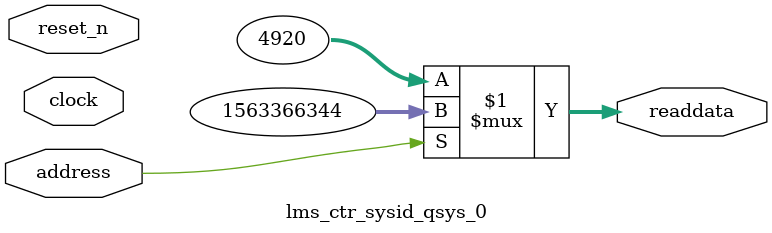
<source format=v>



// synthesis translate_off
`timescale 1ns / 1ps
// synthesis translate_on

// turn off superfluous verilog processor warnings 
// altera message_level Level1 
// altera message_off 10034 10035 10036 10037 10230 10240 10030 

module lms_ctr_sysid_qsys_0 (
               // inputs:
                address,
                clock,
                reset_n,

               // outputs:
                readdata
             )
;

  output  [ 31: 0] readdata;
  input            address;
  input            clock;
  input            reset_n;

  wire    [ 31: 0] readdata;
  //control_slave, which is an e_avalon_slave
  assign readdata = address ? 1563366344 : 4920;

endmodule



</source>
